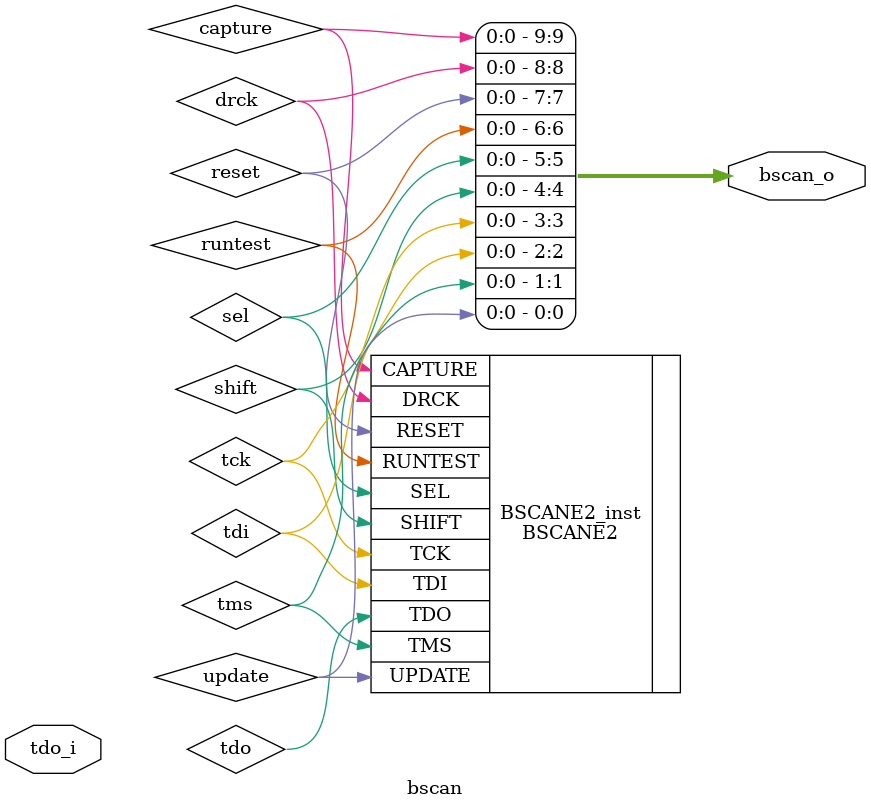
<source format=sv>


module bscan (
  output  [9:0] bscan_o ,
  input   tdo_i     
);

  logic capture,drck,reset,runtest,sel,shift,tck,tdi,tms,update;

  assign bscan_o[9] = capture ;  
  assign bscan_o[8] = drck    ;  
  assign bscan_o[7] = reset   ;  
  assign bscan_o[6] = runtest ;  
  assign bscan_o[5] = sel     ;  
  assign bscan_o[4] = shift   ;  
  assign bscan_o[3] = tck     ;  
  assign bscan_o[2] = tdi     ;  
  assign bscan_o[1] = tms     ;  
  assign bscan_o[0] = update  ;

  // BSCANE2: Boundary-Scan User Instruction
  // UltraScale
  // Xilinx HDL Language Template, version 2024.2
  BSCANE2 #(
    .JTAG_CHAIN(1) // Value for USER command
  ) BSCANE2_inst (
    .CAPTURE  (capture  ),  // 1-bit output: CAPTURE output from TAP controller.
    .DRCK     (drck     ),  // 1-bit output: Gated TCK output. When SEL is asserted, DRCK toggles when CAPTURE or SHIFT are asserted.
    .RESET    (reset    ),  // 1-bit output: Reset output for TAP controller.
    .RUNTEST  (runtest  ),  // 1-bit output: Output asserted when TAP controller is in Run Test/Idle state.
    .SEL      (sel      ),  // 1-bit output: USER instruction active output.
    .SHIFT    (shift    ),  // 1-bit output: SHIFT output from TAP controller.
    .TCK      (tck      ),  // 1-bit output: Test Clock output. Fabric connection to TAP Clock pin.
    .TDI      (tdi      ),  // 1-bit output: Test Data Input (TDI) output from TAP controller.
    .TMS      (tms      ),  // 1-bit output: Test Mode Select output. Fabric connection to TAP.
    .UPDATE   (update   ),  // 1-bit output: UPDATE output from TAP controller.
    .TDO      (tdo      )   // 1-bit input: Test Data Output (TDO) input for USER function.
  );


endmodule
</source>
